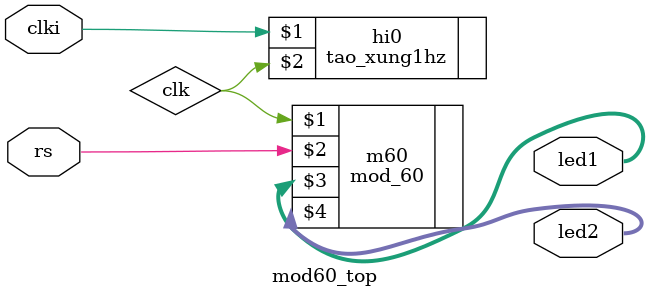
<source format=v>
`timescale 1ns / 1ps
module mod60_top(
input clki,
 input rs,
 output [3:0] led1,
 output [3:0] led2 );
wire clk;
tao_xung1hz  hi0(clki,clk);
mod_60 m60(clk,rs,led1,led2);
endmodule

</source>
